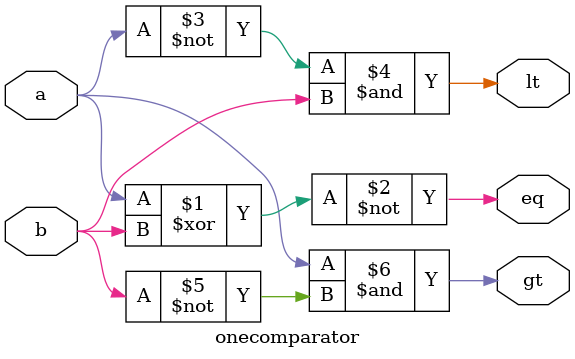
<source format=v>
module onecomparator (
    input  a, 
    input  b, 
    output eq, 
    output lt, 
    output gt
);
  assign eq = ~(a ^ b);   // mais simples: eq = 1 quando a == b
  assign lt = (~a & b);   // lt = 1 quando a < b
  assign gt = (a & ~b);   // gt = 1 quando a > b
endmodule
</source>
